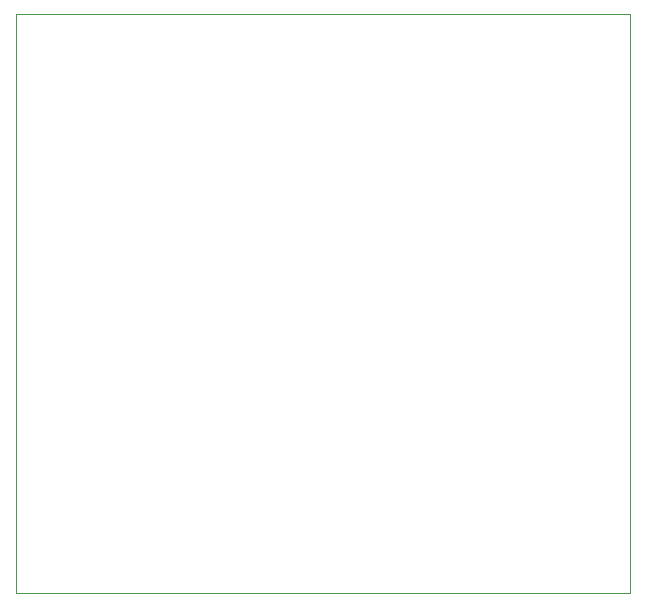
<source format=gm1>
G04 #@! TF.GenerationSoftware,KiCad,Pcbnew,(5.1.2-1)-1*
G04 #@! TF.CreationDate,2019-05-13T23:44:12-03:00*
G04 #@! TF.ProjectId,Capivara,43617069-7661-4726-912e-6b696361645f,rev?*
G04 #@! TF.SameCoordinates,Original*
G04 #@! TF.FileFunction,Profile,NP*
%FSLAX46Y46*%
G04 Gerber Fmt 4.6, Leading zero omitted, Abs format (unit mm)*
G04 Created by KiCad (PCBNEW (5.1.2-1)-1) date 2019-05-13 23:44:12*
%MOMM*%
%LPD*%
G04 APERTURE LIST*
%ADD10C,0.050000*%
G04 APERTURE END LIST*
D10*
X80000000Y-43000000D02*
X28000000Y-43000000D01*
X80000000Y-92000000D02*
X80000000Y-43000000D01*
X28000000Y-92000000D02*
X80000000Y-92000000D01*
X28000000Y-43000000D02*
X28000000Y-92000000D01*
M02*

</source>
